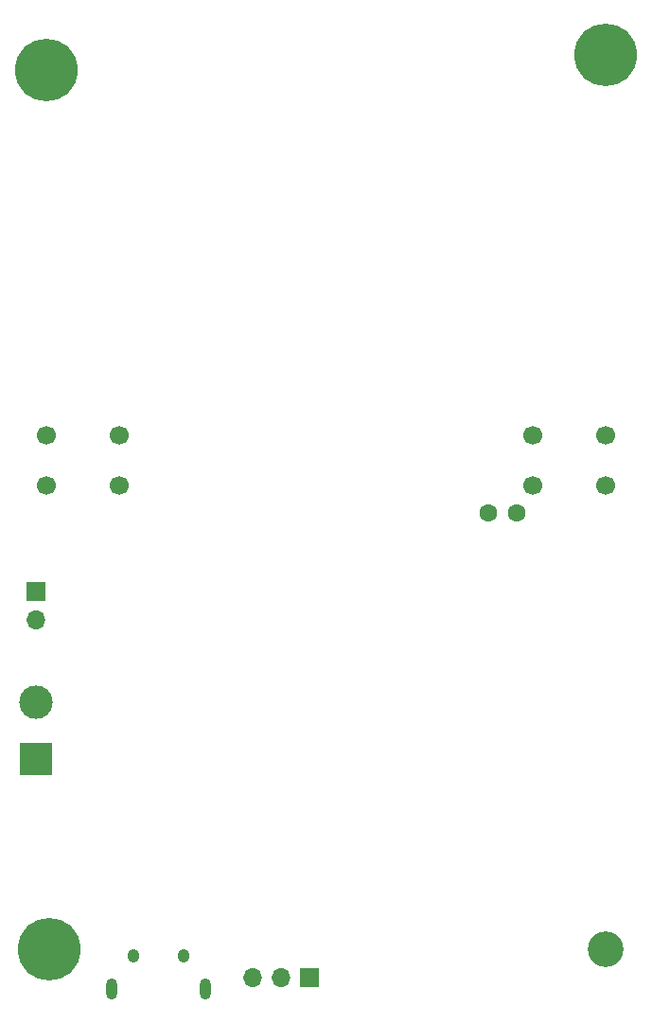
<source format=gbr>
%TF.GenerationSoftware,KiCad,Pcbnew,(6.0.0)*%
%TF.CreationDate,2022-02-04T14:54:06+01:00*%
%TF.ProjectId,wifitemp,77696669-7465-46d7-902e-6b696361645f,rev?*%
%TF.SameCoordinates,Original*%
%TF.FileFunction,Soldermask,Bot*%
%TF.FilePolarity,Negative*%
%FSLAX46Y46*%
G04 Gerber Fmt 4.6, Leading zero omitted, Abs format (unit mm)*
G04 Created by KiCad (PCBNEW (6.0.0)) date 2022-02-04 14:54:06*
%MOMM*%
%LPD*%
G01*
G04 APERTURE LIST*
%ADD10C,1.700000*%
%ADD11C,5.600000*%
%ADD12R,1.700000X1.700000*%
%ADD13O,1.700000X1.700000*%
%ADD14C,1.600000*%
%ADD15O,1.000000X1.900000*%
%ADD16O,1.050000X1.250000*%
%ADD17C,3.200000*%
%ADD18R,3.000000X3.000000*%
%ADD19C,3.000000*%
G04 APERTURE END LIST*
D10*
%TO.C,SW3*%
X135000000Y-89000000D03*
X141500000Y-89000000D03*
X135000000Y-93500000D03*
X141500000Y-93500000D03*
%TD*%
D11*
%TO.C,H1*%
X135000000Y-56350000D03*
%TD*%
D12*
%TO.C,J1*%
X158500000Y-137500000D03*
D13*
X155960000Y-137500000D03*
X153420000Y-137500000D03*
%TD*%
D11*
%TO.C,H2*%
X135250000Y-135000000D03*
%TD*%
D10*
%TO.C,SW4*%
X178500000Y-89000000D03*
X185000000Y-89000000D03*
X178500000Y-93500000D03*
X185000000Y-93500000D03*
%TD*%
D14*
%TO.C,TH1*%
X174500000Y-96000000D03*
X177000000Y-96000000D03*
%TD*%
D11*
%TO.C,H4*%
X185000000Y-55000000D03*
%TD*%
D15*
%TO.C,J2*%
X149175000Y-138550000D03*
D16*
X142775000Y-135550000D03*
X147225000Y-135550000D03*
D15*
X140825000Y-138550000D03*
%TD*%
D17*
%TO.C,H3*%
X185000000Y-135000000D03*
%TD*%
D12*
%TO.C,J3*%
X134000000Y-103000000D03*
D13*
X134000000Y-105540000D03*
%TD*%
D18*
%TO.C,J4*%
X134000000Y-118000000D03*
D19*
X134000000Y-112920000D03*
%TD*%
M02*

</source>
